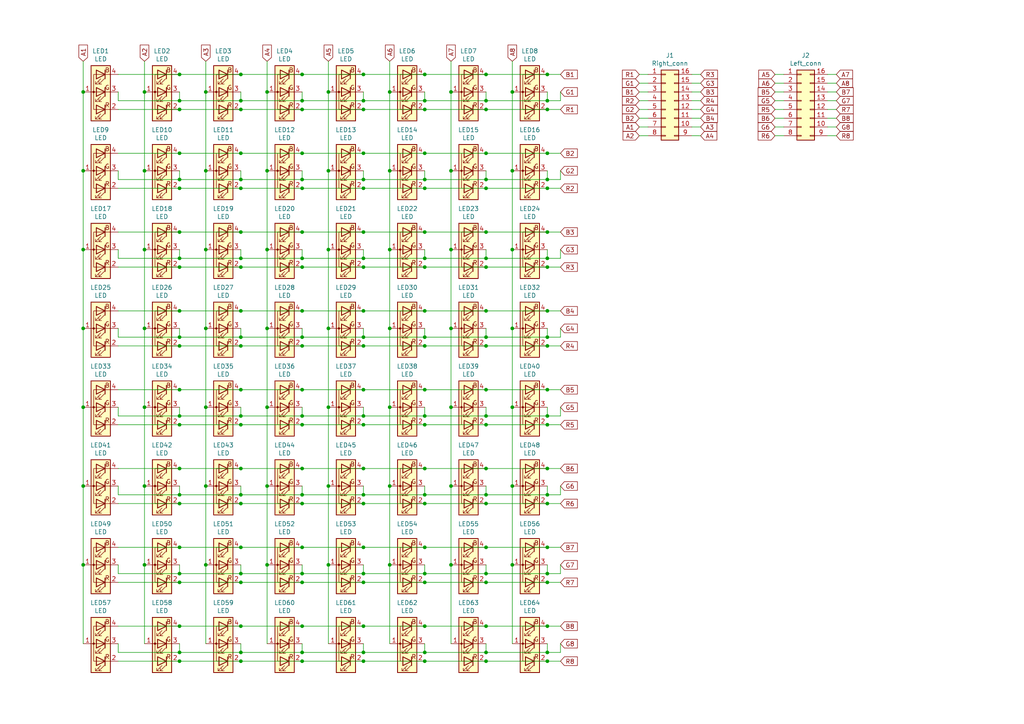
<source format=kicad_sch>
(kicad_sch (version 20211123) (generator eeschema)
  (paper "A4")
  (lib_symbols
    (symbol "Connector_Generic:Conn_02x08_Counter_Clockwise" (pin_names (offset 1.016) hide)
      (property "Reference" "J" (at 1.27 10.16 0))
      (property "Value" "Conn_02x08_Counter_Clockwise" (at 1.27 -12.7 0))
      (symbol "Conn_02x08_Counter_Clockwise_1_1"
        (pin passive line (at -5.08 7.62 0) (length 3.81) (name "Pin_1") (number "1"))
        (pin passive line (at 7.62 -7.62 180) (length 3.81) (name "Pin_10") (number "10"))
        (pin passive line (at 7.62 -5.08 180) (length 3.81) (name "Pin_11") (number "11"))
        (pin passive line (at 7.62 -2.54 180) (length 3.81) (name "Pin_12") (number "12"))
        (pin passive line (at 7.62 0 180) (length 3.81) (name "Pin_13") (number "13"))
        (pin passive line (at 7.62 2.54 180) (length 3.81) (name "Pin_14") (number "14"))
        (pin passive line (at 7.62 5.08 180) (length 3.81) (name "Pin_15") (number "15"))
        (pin passive line (at 7.62 7.62 180) (length 3.81) (name "Pin_16") (number "16"))
        (pin passive line (at -5.08 5.08 0) (length 3.81) (name "Pin_2") (number "2"))
        (pin passive line (at -5.08 2.54 0) (length 3.81) (name "Pin_3") (number "3"))
        (pin passive line (at -5.08 0 0) (length 3.81) (name "Pin_4") (number "4"))
        (pin passive line (at -5.08 -2.54 0) (length 3.81) (name "Pin_5") (number "5"))
        (pin passive line (at -5.08 -5.08 0) (length 3.81) (name "Pin_6") (number "6"))
        (pin passive line (at -5.08 -7.62 0) (length 3.81) (name "Pin_7") (number "7"))
        (pin passive line (at -5.08 -10.16 0) (length 3.81) (name "Pin_8") (number "8"))
        (pin passive line (at 7.62 -10.16 180) (length 3.81) (name "Pin_9") (number "9"))
      )
    )
    (symbol "Device:LED_ARGB" (pin_names (offset 0) hide)
      (property "Reference" "D" (at 0 9.398 0))
      (property "Value" "LED_ARGB" (at 0 -8.89 0))
      (symbol "LED_ARGB_0_0"
        (text "B" (at -1.905 -6.35 0) (effects (font (size 1.27 1.27))))
        (text "G" (at -1.905 -1.27 0) (effects (font (size 1.27 1.27))))
        (text "R" (at -1.905 3.81 0) (effects (font (size 1.27 1.27))))
      )
      (symbol "LED_ARGB_1_1"
        (pin passive line (at 5.08 0 180) (length 2.54) (name "A") (number "1"))
        (pin passive line (at -5.08 5.08 0) (length 2.54) (name "RK") (number "2"))
        (pin passive line (at -5.08 0 0) (length 2.54) (name "GK") (number "3"))
        (pin passive line (at -5.08 -5.08 0) (length 2.54) (name "BK") (number "4"))
      )
    )
  )
  (junction (at 140.97 90.17))
  (junction (at 140.97 181.61))
  (junction (at 113.03 140.97))
  (junction (at 95.25 26.67))
  (junction (at 87.63 120.65))
  (junction (at 113.03 118.11))
  (junction (at 52.07 31.75))
  (junction (at 59.69 49.53))
  (junction (at 87.63 21.59))
  (junction (at 123.19 113.03))
  (junction (at 123.19 166.37))
  (junction (at 52.07 97.79))
  (junction (at 69.85 168.91))
  (junction (at 105.41 77.47))
  (junction (at 123.19 191.77))
  (junction (at 52.07 168.91))
  (junction (at 87.63 29.21))
  (junction (at 59.69 95.25))
  (junction (at 158.75 54.61))
  (junction (at 24.13 26.67))
  (junction (at 130.81 49.53))
  (junction (at 140.97 31.75))
  (junction (at 140.97 52.07))
  (junction (at 140.97 100.33))
  (junction (at 123.19 168.91))
  (junction (at 148.59 118.11))
  (junction (at 52.07 44.45))
  (junction (at 24.13 95.25))
  (junction (at 130.81 140.97))
  (junction (at 105.41 90.17))
  (junction (at 148.59 72.39))
  (junction (at 123.19 158.75))
  (junction (at 158.75 143.51))
  (junction (at 158.75 146.05))
  (junction (at 105.41 29.21))
  (junction (at 52.07 67.31))
  (junction (at 95.25 95.25))
  (junction (at 69.85 146.05))
  (junction (at 87.63 90.17))
  (junction (at 113.03 72.39))
  (junction (at 123.19 100.33))
  (junction (at 140.97 67.31))
  (junction (at 105.41 143.51))
  (junction (at 87.63 74.93))
  (junction (at 158.75 31.75))
  (junction (at 69.85 158.75))
  (junction (at 158.75 168.91))
  (junction (at 158.75 77.47))
  (junction (at 69.85 90.17))
  (junction (at 77.47 140.97))
  (junction (at 77.47 26.67))
  (junction (at 69.85 29.21))
  (junction (at 87.63 77.47))
  (junction (at 69.85 120.65))
  (junction (at 105.41 181.61))
  (junction (at 69.85 52.07))
  (junction (at 113.03 95.25))
  (junction (at 123.19 44.45))
  (junction (at 140.97 44.45))
  (junction (at 148.59 26.67))
  (junction (at 123.19 146.05))
  (junction (at 87.63 146.05))
  (junction (at 69.85 44.45))
  (junction (at 140.97 54.61))
  (junction (at 87.63 100.33))
  (junction (at 158.75 52.07))
  (junction (at 140.97 97.79))
  (junction (at 113.03 163.83))
  (junction (at 158.75 135.89))
  (junction (at 123.19 143.51))
  (junction (at 148.59 95.25))
  (junction (at 52.07 100.33))
  (junction (at 148.59 163.83))
  (junction (at 105.41 191.77))
  (junction (at 123.19 123.19))
  (junction (at 52.07 74.93))
  (junction (at 140.97 74.93))
  (junction (at 77.47 163.83))
  (junction (at 105.41 67.31))
  (junction (at 130.81 95.25))
  (junction (at 123.19 189.23))
  (junction (at 158.75 191.77))
  (junction (at 158.75 181.61))
  (junction (at 69.85 113.03))
  (junction (at 130.81 163.83))
  (junction (at 105.41 123.19))
  (junction (at 140.97 29.21))
  (junction (at 148.59 49.53))
  (junction (at 87.63 31.75))
  (junction (at 158.75 21.59))
  (junction (at 123.19 74.93))
  (junction (at 130.81 26.67))
  (junction (at 158.75 189.23))
  (junction (at 140.97 166.37))
  (junction (at 158.75 158.75))
  (junction (at 24.13 72.39))
  (junction (at 140.97 146.05))
  (junction (at 87.63 191.77))
  (junction (at 69.85 97.79))
  (junction (at 113.03 49.53))
  (junction (at 52.07 166.37))
  (junction (at 140.97 113.03))
  (junction (at 77.47 72.39))
  (junction (at 41.91 95.25))
  (junction (at 41.91 118.11))
  (junction (at 130.81 118.11))
  (junction (at 123.19 181.61))
  (junction (at 158.75 67.31))
  (junction (at 158.75 120.65))
  (junction (at 87.63 189.23))
  (junction (at 69.85 21.59))
  (junction (at 158.75 74.93))
  (junction (at 69.85 191.77))
  (junction (at 140.97 123.19))
  (junction (at 77.47 118.11))
  (junction (at 123.19 31.75))
  (junction (at 87.63 54.61))
  (junction (at 105.41 44.45))
  (junction (at 77.47 95.25))
  (junction (at 123.19 67.31))
  (junction (at 158.75 97.79))
  (junction (at 158.75 123.19))
  (junction (at 69.85 143.51))
  (junction (at 105.41 97.79))
  (junction (at 87.63 143.51))
  (junction (at 69.85 67.31))
  (junction (at 41.91 72.39))
  (junction (at 158.75 44.45))
  (junction (at 69.85 31.75))
  (junction (at 59.69 72.39))
  (junction (at 87.63 67.31))
  (junction (at 69.85 54.61))
  (junction (at 148.59 140.97))
  (junction (at 105.41 100.33))
  (junction (at 52.07 135.89))
  (junction (at 59.69 163.83))
  (junction (at 24.13 163.83))
  (junction (at 69.85 189.23))
  (junction (at 105.41 135.89))
  (junction (at 140.97 135.89))
  (junction (at 140.97 21.59))
  (junction (at 158.75 100.33))
  (junction (at 87.63 97.79))
  (junction (at 123.19 29.21))
  (junction (at 87.63 52.07))
  (junction (at 95.25 72.39))
  (junction (at 52.07 143.51))
  (junction (at 69.85 77.47))
  (junction (at 24.13 49.53))
  (junction (at 87.63 123.19))
  (junction (at 52.07 191.77))
  (junction (at 95.25 49.53))
  (junction (at 105.41 113.03))
  (junction (at 77.47 49.53))
  (junction (at 105.41 189.23))
  (junction (at 52.07 21.59))
  (junction (at 87.63 168.91))
  (junction (at 52.07 29.21))
  (junction (at 140.97 158.75))
  (junction (at 69.85 100.33))
  (junction (at 69.85 74.93))
  (junction (at 140.97 189.23))
  (junction (at 95.25 163.83))
  (junction (at 130.81 72.39))
  (junction (at 52.07 52.07))
  (junction (at 123.19 120.65))
  (junction (at 123.19 21.59))
  (junction (at 41.91 163.83))
  (junction (at 113.03 26.67))
  (junction (at 52.07 158.75))
  (junction (at 41.91 140.97))
  (junction (at 158.75 113.03))
  (junction (at 52.07 54.61))
  (junction (at 95.25 140.97))
  (junction (at 69.85 123.19))
  (junction (at 105.41 166.37))
  (junction (at 52.07 113.03))
  (junction (at 95.25 118.11))
  (junction (at 140.97 120.65))
  (junction (at 69.85 166.37))
  (junction (at 87.63 135.89))
  (junction (at 24.13 118.11))
  (junction (at 41.91 26.67))
  (junction (at 140.97 77.47))
  (junction (at 140.97 143.51))
  (junction (at 105.41 52.07))
  (junction (at 52.07 120.65))
  (junction (at 105.41 31.75))
  (junction (at 123.19 97.79))
  (junction (at 52.07 146.05))
  (junction (at 105.41 21.59))
  (junction (at 52.07 123.19))
  (junction (at 158.75 166.37))
  (junction (at 52.07 189.23))
  (junction (at 52.07 77.47))
  (junction (at 59.69 26.67))
  (junction (at 59.69 140.97))
  (junction (at 105.41 146.05))
  (junction (at 24.13 140.97))
  (junction (at 87.63 166.37))
  (junction (at 105.41 120.65))
  (junction (at 123.19 52.07))
  (junction (at 52.07 181.61))
  (junction (at 59.69 118.11))
  (junction (at 87.63 44.45))
  (junction (at 41.91 49.53))
  (junction (at 87.63 158.75))
  (junction (at 123.19 77.47))
  (junction (at 105.41 74.93))
  (junction (at 69.85 135.89))
  (junction (at 123.19 90.17))
  (junction (at 158.75 90.17))
  (junction (at 87.63 181.61))
  (junction (at 123.19 135.89))
  (junction (at 69.85 181.61))
  (junction (at 87.63 113.03))
  (junction (at 140.97 168.91))
  (junction (at 105.41 168.91))
  (junction (at 52.07 90.17))
  (junction (at 140.97 191.77))
  (junction (at 158.75 29.21))
  (junction (at 123.19 54.61))
  (junction (at 105.41 158.75))
  (junction (at 105.41 54.61))
  (wire (pts (xy 87.63 97.79) (xy 105.41 97.79)))
  (wire (pts (xy 34.29 44.45) (xy 52.07 44.45)))
  (wire (pts (xy 34.29 26.67) (xy 34.29 29.21)))
  (wire (pts (xy 52.07 29.21) (xy 69.85 29.21)))
  (wire (pts (xy 123.19 163.83) (xy 123.19 166.37)))
  (wire (pts (xy 87.63 21.59) (xy 105.41 21.59)))
  (wire (pts (xy 105.41 97.79) (xy 123.19 97.79)))
  (wire (pts (xy 240.03 24.13) (xy 242.57 24.13)))
  (wire (pts (xy 69.85 29.21) (xy 87.63 29.21)))
  (wire (pts (xy 123.19 135.89) (xy 140.97 135.89)))
  (wire (pts (xy 87.63 52.07) (xy 105.41 52.07)))
  (wire (pts (xy 34.29 135.89) (xy 52.07 135.89)))
  (wire (pts (xy 224.79 31.75) (xy 227.33 31.75)))
  (wire (pts (xy 87.63 74.93) (xy 105.41 74.93)))
  (wire (pts (xy 187.96 29.21) (xy 185.42 29.21)))
  (wire (pts (xy 52.07 181.61) (xy 69.85 181.61)))
  (wire (pts (xy 95.25 72.39) (xy 95.25 95.25)))
  (wire (pts (xy 69.85 158.75) (xy 87.63 158.75)))
  (wire (pts (xy 95.25 49.53) (xy 95.25 72.39)))
  (wire (pts (xy 41.91 26.67) (xy 41.91 49.53)))
  (wire (pts (xy 77.47 26.67) (xy 77.47 49.53)))
  (wire (pts (xy 41.91 118.11) (xy 41.91 140.97)))
  (wire (pts (xy 200.66 31.75) (xy 203.2 31.75)))
  (wire (pts (xy 140.97 158.75) (xy 158.75 158.75)))
  (wire (pts (xy 105.41 49.53) (xy 105.41 52.07)))
  (wire (pts (xy 158.75 44.45) (xy 162.56 44.45)))
  (wire (pts (xy 224.79 24.13) (xy 227.33 24.13)))
  (wire (pts (xy 123.19 113.03) (xy 140.97 113.03)))
  (wire (pts (xy 69.85 113.03) (xy 87.63 113.03)))
  (wire (pts (xy 140.97 163.83) (xy 140.97 166.37)))
  (wire (pts (xy 87.63 191.77) (xy 69.85 191.77)))
  (wire (pts (xy 140.97 31.75) (xy 158.75 31.75)))
  (wire (pts (xy 52.07 168.91) (xy 34.29 168.91)))
  (wire (pts (xy 113.03 72.39) (xy 113.03 95.25)))
  (wire (pts (xy 158.75 52.07) (xy 162.56 52.07)))
  (wire (pts (xy 87.63 100.33) (xy 69.85 100.33)))
  (wire (pts (xy 105.41 120.65) (xy 123.19 120.65)))
  (wire (pts (xy 162.56 120.65) (xy 162.56 118.11)))
  (wire (pts (xy 87.63 49.53) (xy 87.63 52.07)))
  (wire (pts (xy 158.75 163.83) (xy 158.75 166.37)))
  (wire (pts (xy 87.63 95.25) (xy 87.63 97.79)))
  (wire (pts (xy 158.75 186.69) (xy 158.75 189.23)))
  (wire (pts (xy 123.19 143.51) (xy 140.97 143.51)))
  (wire (pts (xy 52.07 120.65) (xy 69.85 120.65)))
  (wire (pts (xy 140.97 72.39) (xy 140.97 74.93)))
  (wire (pts (xy 187.96 39.37) (xy 185.42 39.37)))
  (wire (pts (xy 77.47 49.53) (xy 77.47 72.39)))
  (wire (pts (xy 87.63 186.69) (xy 87.63 189.23)))
  (wire (pts (xy 158.75 189.23) (xy 162.56 189.23)))
  (wire (pts (xy 69.85 49.53) (xy 69.85 52.07)))
  (wire (pts (xy 69.85 120.65) (xy 87.63 120.65)))
  (wire (pts (xy 123.19 146.05) (xy 105.41 146.05)))
  (wire (pts (xy 130.81 49.53) (xy 130.81 72.39)))
  (wire (pts (xy 140.97 21.59) (xy 158.75 21.59)))
  (wire (pts (xy 52.07 95.25) (xy 52.07 97.79)))
  (wire (pts (xy 77.47 95.25) (xy 77.47 118.11)))
  (wire (pts (xy 105.41 95.25) (xy 105.41 97.79)))
  (wire (pts (xy 105.41 74.93) (xy 123.19 74.93)))
  (wire (pts (xy 77.47 140.97) (xy 77.47 163.83)))
  (wire (pts (xy 105.41 135.89) (xy 123.19 135.89)))
  (wire (pts (xy 158.75 113.03) (xy 162.56 113.03)))
  (wire (pts (xy 200.66 34.29) (xy 203.2 34.29)))
  (wire (pts (xy 187.96 34.29) (xy 185.42 34.29)))
  (wire (pts (xy 148.59 49.53) (xy 148.59 72.39)))
  (wire (pts (xy 69.85 186.69) (xy 69.85 189.23)))
  (wire (pts (xy 123.19 140.97) (xy 123.19 143.51)))
  (wire (pts (xy 123.19 168.91) (xy 105.41 168.91)))
  (wire (pts (xy 158.75 77.47) (xy 140.97 77.47)))
  (wire (pts (xy 113.03 17.78) (xy 113.03 26.67)))
  (wire (pts (xy 52.07 74.93) (xy 69.85 74.93)))
  (wire (pts (xy 158.75 168.91) (xy 140.97 168.91)))
  (wire (pts (xy 140.97 186.69) (xy 140.97 189.23)))
  (wire (pts (xy 52.07 189.23) (xy 69.85 189.23)))
  (wire (pts (xy 105.41 21.59) (xy 123.19 21.59)))
  (wire (pts (xy 34.29 21.59) (xy 52.07 21.59)))
  (wire (pts (xy 59.69 17.78) (xy 59.69 26.67)))
  (wire (pts (xy 240.03 21.59) (xy 242.57 21.59)))
  (wire (pts (xy 87.63 113.03) (xy 105.41 113.03)))
  (wire (pts (xy 52.07 21.59) (xy 69.85 21.59)))
  (wire (pts (xy 95.25 17.78) (xy 95.25 26.67)))
  (wire (pts (xy 162.56 29.21) (xy 162.56 26.67)))
  (wire (pts (xy 158.75 140.97) (xy 158.75 143.51)))
  (wire (pts (xy 158.75 95.25) (xy 158.75 97.79)))
  (wire (pts (xy 69.85 67.31) (xy 87.63 67.31)))
  (wire (pts (xy 162.56 168.91) (xy 158.75 168.91)))
  (wire (pts (xy 123.19 189.23) (xy 140.97 189.23)))
  (wire (pts (xy 69.85 168.91) (xy 52.07 168.91)))
  (wire (pts (xy 52.07 113.03) (xy 69.85 113.03)))
  (wire (pts (xy 224.79 26.67) (xy 227.33 26.67)))
  (wire (pts (xy 105.41 186.69) (xy 105.41 189.23)))
  (wire (pts (xy 69.85 54.61) (xy 52.07 54.61)))
  (wire (pts (xy 130.81 163.83) (xy 130.81 186.69)))
  (wire (pts (xy 52.07 90.17) (xy 69.85 90.17)))
  (wire (pts (xy 105.41 52.07) (xy 123.19 52.07)))
  (wire (pts (xy 123.19 97.79) (xy 140.97 97.79)))
  (wire (pts (xy 200.66 26.67) (xy 203.2 26.67)))
  (wire (pts (xy 158.75 146.05) (xy 140.97 146.05)))
  (wire (pts (xy 105.41 146.05) (xy 87.63 146.05)))
  (wire (pts (xy 240.03 39.37) (xy 242.57 39.37)))
  (wire (pts (xy 24.13 26.67) (xy 24.13 49.53)))
  (wire (pts (xy 123.19 74.93) (xy 140.97 74.93)))
  (wire (pts (xy 34.29 140.97) (xy 34.29 143.51)))
  (wire (pts (xy 140.97 67.31) (xy 158.75 67.31)))
  (wire (pts (xy 105.41 44.45) (xy 123.19 44.45)))
  (wire (pts (xy 123.19 67.31) (xy 140.97 67.31)))
  (wire (pts (xy 123.19 31.75) (xy 140.97 31.75)))
  (wire (pts (xy 34.29 120.65) (xy 52.07 120.65)))
  (wire (pts (xy 148.59 72.39) (xy 148.59 95.25)))
  (wire (pts (xy 105.41 118.11) (xy 105.41 120.65)))
  (wire (pts (xy 87.63 166.37) (xy 105.41 166.37)))
  (wire (pts (xy 140.97 123.19) (xy 123.19 123.19)))
  (wire (pts (xy 148.59 118.11) (xy 148.59 140.97)))
  (wire (pts (xy 69.85 74.93) (xy 87.63 74.93)))
  (wire (pts (xy 162.56 143.51) (xy 162.56 140.97)))
  (wire (pts (xy 105.41 191.77) (xy 87.63 191.77)))
  (wire (pts (xy 87.63 143.51) (xy 105.41 143.51)))
  (wire (pts (xy 41.91 163.83) (xy 41.91 186.69)))
  (wire (pts (xy 52.07 143.51) (xy 69.85 143.51)))
  (wire (pts (xy 69.85 95.25) (xy 69.85 97.79)))
  (wire (pts (xy 123.19 186.69) (xy 123.19 189.23)))
  (wire (pts (xy 200.66 39.37) (xy 203.2 39.37)))
  (wire (pts (xy 52.07 100.33) (xy 34.29 100.33)))
  (wire (pts (xy 69.85 44.45) (xy 87.63 44.45)))
  (wire (pts (xy 34.29 186.69) (xy 34.29 189.23)))
  (wire (pts (xy 158.75 29.21) (xy 162.56 29.21)))
  (wire (pts (xy 140.97 113.03) (xy 158.75 113.03)))
  (wire (pts (xy 69.85 123.19) (xy 52.07 123.19)))
  (wire (pts (xy 140.97 168.91) (xy 123.19 168.91)))
  (wire (pts (xy 105.41 158.75) (xy 123.19 158.75)))
  (wire (pts (xy 34.29 118.11) (xy 34.29 120.65)))
  (wire (pts (xy 123.19 166.37) (xy 140.97 166.37)))
  (wire (pts (xy 140.97 191.77) (xy 123.19 191.77)))
  (wire (pts (xy 140.97 97.79) (xy 158.75 97.79)))
  (wire (pts (xy 41.91 72.39) (xy 41.91 95.25)))
  (wire (pts (xy 52.07 97.79) (xy 69.85 97.79)))
  (wire (pts (xy 158.75 97.79) (xy 162.56 97.79)))
  (wire (pts (xy 41.91 140.97) (xy 41.91 163.83)))
  (wire (pts (xy 87.63 135.89) (xy 105.41 135.89)))
  (wire (pts (xy 158.75 120.65) (xy 162.56 120.65)))
  (wire (pts (xy 123.19 158.75) (xy 140.97 158.75)))
  (wire (pts (xy 34.29 49.53) (xy 34.29 52.07)))
  (wire (pts (xy 52.07 186.69) (xy 52.07 189.23)))
  (wire (pts (xy 52.07 166.37) (xy 69.85 166.37)))
  (wire (pts (xy 130.81 140.97) (xy 130.81 163.83)))
  (wire (pts (xy 52.07 140.97) (xy 52.07 143.51)))
  (wire (pts (xy 87.63 31.75) (xy 105.41 31.75)))
  (wire (pts (xy 77.47 118.11) (xy 77.47 140.97)))
  (wire (pts (xy 34.29 29.21) (xy 52.07 29.21)))
  (wire (pts (xy 140.97 135.89) (xy 158.75 135.89)))
  (wire (pts (xy 52.07 31.75) (xy 69.85 31.75)))
  (wire (pts (xy 52.07 77.47) (xy 34.29 77.47)))
  (wire (pts (xy 87.63 26.67) (xy 87.63 29.21)))
  (wire (pts (xy 130.81 72.39) (xy 130.81 95.25)))
  (wire (pts (xy 123.19 90.17) (xy 140.97 90.17)))
  (wire (pts (xy 224.79 29.21) (xy 227.33 29.21)))
  (wire (pts (xy 105.41 72.39) (xy 105.41 74.93)))
  (wire (pts (xy 105.41 168.91) (xy 87.63 168.91)))
  (wire (pts (xy 105.41 189.23) (xy 123.19 189.23)))
  (wire (pts (xy 187.96 24.13) (xy 185.42 24.13)))
  (wire (pts (xy 140.97 181.61) (xy 158.75 181.61)))
  (wire (pts (xy 224.79 39.37) (xy 227.33 39.37)))
  (wire (pts (xy 87.63 29.21) (xy 105.41 29.21)))
  (wire (pts (xy 123.19 52.07) (xy 140.97 52.07)))
  (wire (pts (xy 140.97 100.33) (xy 123.19 100.33)))
  (wire (pts (xy 77.47 17.78) (xy 77.47 26.67)))
  (wire (pts (xy 158.75 90.17) (xy 162.56 90.17)))
  (wire (pts (xy 123.19 120.65) (xy 140.97 120.65)))
  (wire (pts (xy 224.79 34.29) (xy 227.33 34.29)))
  (wire (pts (xy 113.03 140.97) (xy 113.03 163.83)))
  (wire (pts (xy 200.66 21.59) (xy 203.2 21.59)))
  (wire (pts (xy 140.97 52.07) (xy 158.75 52.07)))
  (wire (pts (xy 140.97 166.37) (xy 158.75 166.37)))
  (wire (pts (xy 69.85 166.37) (xy 87.63 166.37)))
  (wire (pts (xy 105.41 123.19) (xy 87.63 123.19)))
  (wire (pts (xy 140.97 90.17) (xy 158.75 90.17)))
  (wire (pts (xy 105.41 166.37) (xy 123.19 166.37)))
  (wire (pts (xy 105.41 100.33) (xy 87.63 100.33)))
  (wire (pts (xy 69.85 189.23) (xy 87.63 189.23)))
  (wire (pts (xy 105.41 90.17) (xy 123.19 90.17)))
  (wire (pts (xy 41.91 49.53) (xy 41.91 72.39)))
  (wire (pts (xy 69.85 181.61) (xy 87.63 181.61)))
  (wire (pts (xy 59.69 95.25) (xy 59.69 118.11)))
  (wire (pts (xy 59.69 26.67) (xy 59.69 49.53)))
  (wire (pts (xy 59.69 118.11) (xy 59.69 140.97)))
  (wire (pts (xy 52.07 135.89) (xy 69.85 135.89)))
  (wire (pts (xy 187.96 31.75) (xy 185.42 31.75)))
  (wire (pts (xy 87.63 146.05) (xy 69.85 146.05)))
  (wire (pts (xy 123.19 123.19) (xy 105.41 123.19)))
  (wire (pts (xy 52.07 67.31) (xy 69.85 67.31)))
  (wire (pts (xy 240.03 36.83) (xy 242.57 36.83)))
  (wire (pts (xy 24.13 140.97) (xy 24.13 163.83)))
  (wire (pts (xy 69.85 140.97) (xy 69.85 143.51)))
  (wire (pts (xy 24.13 118.11) (xy 24.13 140.97)))
  (wire (pts (xy 113.03 163.83) (xy 113.03 186.69)))
  (wire (pts (xy 69.85 97.79) (xy 87.63 97.79)))
  (wire (pts (xy 69.85 191.77) (xy 52.07 191.77)))
  (wire (pts (xy 162.56 189.23) (xy 162.56 186.69)))
  (wire (pts (xy 113.03 49.53) (xy 113.03 72.39)))
  (wire (pts (xy 69.85 100.33) (xy 52.07 100.33)))
  (wire (pts (xy 158.75 67.31) (xy 162.56 67.31)))
  (wire (pts (xy 224.79 36.83) (xy 227.33 36.83)))
  (wire (pts (xy 87.63 163.83) (xy 87.63 166.37)))
  (wire (pts (xy 69.85 26.67) (xy 69.85 29.21)))
  (wire (pts (xy 52.07 146.05) (xy 34.29 146.05)))
  (wire (pts (xy 105.41 54.61) (xy 87.63 54.61)))
  (wire (pts (xy 69.85 118.11) (xy 69.85 120.65)))
  (wire (pts (xy 105.41 31.75) (xy 123.19 31.75)))
  (wire (pts (xy 123.19 118.11) (xy 123.19 120.65)))
  (wire (pts (xy 148.59 163.83) (xy 148.59 186.69)))
  (wire (pts (xy 162.56 77.47) (xy 158.75 77.47)))
  (wire (pts (xy 113.03 118.11) (xy 113.03 140.97)))
  (wire (pts (xy 158.75 100.33) (xy 140.97 100.33)))
  (wire (pts (xy 69.85 90.17) (xy 87.63 90.17)))
  (wire (pts (xy 240.03 26.67) (xy 242.57 26.67)))
  (wire (pts (xy 158.75 166.37) (xy 162.56 166.37)))
  (wire (pts (xy 34.29 52.07) (xy 52.07 52.07)))
  (wire (pts (xy 140.97 189.23) (xy 158.75 189.23)))
  (wire (pts (xy 52.07 54.61) (xy 34.29 54.61)))
  (wire (pts (xy 87.63 158.75) (xy 105.41 158.75)))
  (wire (pts (xy 200.66 36.83) (xy 203.2 36.83)))
  (wire (pts (xy 140.97 49.53) (xy 140.97 52.07)))
  (wire (pts (xy 158.75 49.53) (xy 158.75 52.07)))
  (wire (pts (xy 140.97 74.93) (xy 158.75 74.93)))
  (wire (pts (xy 140.97 143.51) (xy 158.75 143.51)))
  (wire (pts (xy 123.19 54.61) (xy 105.41 54.61)))
  (wire (pts (xy 140.97 95.25) (xy 140.97 97.79)))
  (wire (pts (xy 105.41 26.67) (xy 105.41 29.21)))
  (wire (pts (xy 34.29 181.61) (xy 52.07 181.61)))
  (wire (pts (xy 158.75 123.19) (xy 140.97 123.19)))
  (wire (pts (xy 52.07 123.19) (xy 34.29 123.19)))
  (wire (pts (xy 24.13 72.39) (xy 24.13 95.25)))
  (wire (pts (xy 69.85 135.89) (xy 87.63 135.89)))
  (wire (pts (xy 162.56 146.05) (xy 158.75 146.05)))
  (wire (pts (xy 123.19 181.61) (xy 140.97 181.61)))
  (wire (pts (xy 130.81 118.11) (xy 130.81 140.97)))
  (wire (pts (xy 34.29 189.23) (xy 52.07 189.23)))
  (wire (pts (xy 34.29 166.37) (xy 52.07 166.37)))
  (wire (pts (xy 130.81 17.78) (xy 130.81 26.67)))
  (wire (pts (xy 52.07 118.11) (xy 52.07 120.65)))
  (wire (pts (xy 187.96 26.67) (xy 185.42 26.67)))
  (wire (pts (xy 105.41 113.03) (xy 123.19 113.03)))
  (wire (pts (xy 41.91 95.25) (xy 41.91 118.11)))
  (wire (pts (xy 87.63 77.47) (xy 69.85 77.47)))
  (wire (pts (xy 158.75 118.11) (xy 158.75 120.65)))
  (wire (pts (xy 240.03 34.29) (xy 242.57 34.29)))
  (wire (pts (xy 59.69 163.83) (xy 59.69 186.69)))
  (wire (pts (xy 87.63 44.45) (xy 105.41 44.45)))
  (wire (pts (xy 240.03 31.75) (xy 242.57 31.75)))
  (wire (pts (xy 52.07 52.07) (xy 69.85 52.07)))
  (wire (pts (xy 187.96 36.83) (xy 185.42 36.83)))
  (wire (pts (xy 162.56 54.61) (xy 158.75 54.61)))
  (wire (pts (xy 123.19 44.45) (xy 140.97 44.45)))
  (wire (pts (xy 34.29 95.25) (xy 34.29 97.79)))
  (wire (pts (xy 130.81 26.67) (xy 130.81 49.53)))
  (wire (pts (xy 52.07 44.45) (xy 69.85 44.45)))
  (wire (pts (xy 87.63 123.19) (xy 69.85 123.19)))
  (wire (pts (xy 24.13 17.78) (xy 24.13 26.67)))
  (wire (pts (xy 123.19 26.67) (xy 123.19 29.21)))
  (wire (pts (xy 87.63 120.65) (xy 105.41 120.65)))
  (wire (pts (xy 123.19 100.33) (xy 105.41 100.33)))
  (wire (pts (xy 95.25 163.83) (xy 95.25 186.69)))
  (wire (pts (xy 34.29 143.51) (xy 52.07 143.51)))
  (wire (pts (xy 95.25 26.67) (xy 95.25 49.53)))
  (wire (pts (xy 105.41 77.47) (xy 87.63 77.47)))
  (wire (pts (xy 59.69 49.53) (xy 59.69 72.39)))
  (wire (pts (xy 148.59 17.78) (xy 148.59 26.67)))
  (wire (pts (xy 158.75 26.67) (xy 158.75 29.21)))
  (wire (pts (xy 140.97 146.05) (xy 123.19 146.05)))
  (wire (pts (xy 123.19 95.25) (xy 123.19 97.79)))
  (wire (pts (xy 34.29 90.17) (xy 52.07 90.17)))
  (wire (pts (xy 123.19 72.39) (xy 123.19 74.93)))
  (wire (pts (xy 69.85 52.07) (xy 87.63 52.07)))
  (wire (pts (xy 162.56 166.37) (xy 162.56 163.83)))
  (wire (pts (xy 123.19 21.59) (xy 140.97 21.59)))
  (wire (pts (xy 140.97 120.65) (xy 158.75 120.65)))
  (wire (pts (xy 105.41 67.31) (xy 123.19 67.31)))
  (wire (pts (xy 52.07 26.67) (xy 52.07 29.21)))
  (wire (pts (xy 69.85 72.39) (xy 69.85 74.93)))
  (wire (pts (xy 24.13 49.53) (xy 24.13 72.39)))
  (wire (pts (xy 113.03 95.25) (xy 113.03 118.11)))
  (wire (pts (xy 87.63 72.39) (xy 87.63 74.93)))
  (wire (pts (xy 148.59 95.25) (xy 148.59 118.11)))
  (wire (pts (xy 34.29 74.93) (xy 52.07 74.93)))
  (wire (pts (xy 123.19 191.77) (xy 105.41 191.77)))
  (wire (pts (xy 140.97 44.45) (xy 158.75 44.45)))
  (wire (pts (xy 69.85 77.47) (xy 52.07 77.47)))
  (wire (pts (xy 105.41 181.61) (xy 123.19 181.61)))
  (wire (pts (xy 162.56 52.07) (xy 162.56 49.53)))
  (wire (pts (xy 162.56 97.79) (xy 162.56 95.25)))
  (wire (pts (xy 158.75 54.61) (xy 140.97 54.61)))
  (wire (pts (xy 162.56 191.77) (xy 158.75 191.77)))
  (wire (pts (xy 95.25 95.25) (xy 95.25 118.11)))
  (wire (pts (xy 34.29 97.79) (xy 52.07 97.79)))
  (wire (pts (xy 52.07 158.75) (xy 69.85 158.75)))
  (wire (pts (xy 162.56 74.93) (xy 162.56 72.39)))
  (wire (pts (xy 95.25 118.11) (xy 95.25 140.97)))
  (wire (pts (xy 69.85 146.05) (xy 52.07 146.05)))
  (wire (pts (xy 69.85 143.51) (xy 87.63 143.51)))
  (wire (pts (xy 77.47 72.39) (xy 77.47 95.25)))
  (wire (pts (xy 140.97 29.21) (xy 158.75 29.21)))
  (wire (pts (xy 59.69 140.97) (xy 59.69 163.83)))
  (wire (pts (xy 158.75 143.51) (xy 162.56 143.51)))
  (wire (pts (xy 87.63 67.31) (xy 105.41 67.31)))
  (wire (pts (xy 34.29 113.03) (xy 52.07 113.03)))
  (wire (pts (xy 158.75 181.61) (xy 162.56 181.61)))
  (wire (pts (xy 34.29 158.75) (xy 52.07 158.75)))
  (wire (pts (xy 200.66 24.13) (xy 203.2 24.13)))
  (wire (pts (xy 105.41 140.97) (xy 105.41 143.51)))
  (wire (pts (xy 123.19 49.53) (xy 123.19 52.07)))
  (wire (pts (xy 187.96 21.59) (xy 185.42 21.59)))
  (wire (pts (xy 69.85 21.59) (xy 87.63 21.59)))
  (wire (pts (xy 69.85 163.83) (xy 69.85 166.37)))
  (wire (pts (xy 148.59 140.97) (xy 148.59 163.83)))
  (wire (pts (xy 59.69 72.39) (xy 59.69 95.25)))
  (wire (pts (xy 148.59 26.67) (xy 148.59 49.53)))
  (wire (pts (xy 52.07 72.39) (xy 52.07 74.93)))
  (wire (pts (xy 140.97 26.67) (xy 140.97 29.21)))
  (wire (pts (xy 158.75 74.93) (xy 162.56 74.93)))
  (wire (pts (xy 105.41 163.83) (xy 105.41 166.37)))
  (wire (pts (xy 158.75 158.75) (xy 162.56 158.75)))
  (wire (pts (xy 123.19 29.21) (xy 140.97 29.21)))
  (wire (pts (xy 87.63 189.23) (xy 105.41 189.23)))
  (wire (pts (xy 140.97 54.61) (xy 123.19 54.61)))
  (wire (pts (xy 140.97 77.47) (xy 123.19 77.47)))
  (wire (pts (xy 87.63 181.61) (xy 105.41 181.61)))
  (wire (pts (xy 69.85 31.75) (xy 87.63 31.75)))
  (wire (pts (xy 95.25 140.97) (xy 95.25 163.83)))
  (wire (pts (xy 130.81 95.25) (xy 130.81 118.11)))
  (wire (pts (xy 162.56 100.33) (xy 158.75 100.33)))
  (wire (pts (xy 224.79 21.59) (xy 227.33 21.59)))
  (wire (pts (xy 87.63 140.97) (xy 87.63 143.51)))
  (wire (pts (xy 162.56 123.19) (xy 158.75 123.19)))
  (wire (pts (xy 158.75 135.89) (xy 162.56 135.89)))
  (wire (pts (xy 87.63 54.61) (xy 69.85 54.61)))
  (wire (pts (xy 240.03 29.21) (xy 242.57 29.21)))
  (wire (pts (xy 52.07 163.83) (xy 52.07 166.37)))
  (wire (pts (xy 41.91 17.78) (xy 41.91 26.67)))
  (wire (pts (xy 52.07 191.77) (xy 34.29 191.77)))
  (wire (pts (xy 34.29 31.75) (xy 52.07 31.75)))
  (wire (pts (xy 87.63 168.91) (xy 69.85 168.91)))
  (wire (pts (xy 123.19 77.47) (xy 105.41 77.47)))
  (wire (pts (xy 113.03 26.67) (xy 113.03 49.53)))
  (wire (pts (xy 158.75 21.59) (xy 162.56 21.59)))
  (wire (pts (xy 87.63 90.17) (xy 105.41 90.17)))
  (wire (pts (xy 34.29 67.31) (xy 52.07 67.31)))
  (wire (pts (xy 24.13 163.83) (xy 24.13 186.69)))
  (wire (pts (xy 34.29 72.39) (xy 34.29 74.93)))
  (wire (pts (xy 140.97 140.97) (xy 140.97 143.51)))
  (wire (pts (xy 87.63 118.11) (xy 87.63 120.65)))
  (wire (pts (xy 158.75 191.77) (xy 140.97 191.77)))
  (wire (pts (xy 158.75 72.39) (xy 158.75 74.93)))
  (wire (pts (xy 52.07 49.53) (xy 52.07 52.07)))
  (wire (pts (xy 158.75 31.75) (xy 162.56 31.75)))
  (wire (pts (xy 34.29 163.83) (xy 34.29 166.37)))
  (wire (pts (xy 200.66 29.21) (xy 203.2 29.21)))
  (wire (pts (xy 105.41 29.21) (xy 123.19 29.21)))
  (wire (pts (xy 105.41 143.51) (xy 123.19 143.51)))
  (wire (pts (xy 140.97 118.11) (xy 140.97 120.65)))
  (wire (pts (xy 77.47 163.83) (xy 77.47 186.69)))
  (wire (pts (xy 24.13 95.25) (xy 24.13 118.11)))
  (global_label "G7" (shape input) (at 242.57 29.21 0) (property "Intersheet References" "${INTERSHEET_REFS}" (effects hide)))
  (global_label "R4" (shape input) (at 162.56 100.33 0) (property "Intersheet References" "${INTERSHEET_REFS}" (effects hide)))
  (global_label "B3" (shape input) (at 162.56 67.31 0) (property "Intersheet References" "${INTERSHEET_REFS}" (effects hide)))
  (global_label "B8" (shape input) (at 242.57 34.29 0) (property "Intersheet References" "${INTERSHEET_REFS}" (effects hide)))
  (global_label "G7" (shape input) (at 162.56 163.83 0) (property "Intersheet References" "${INTERSHEET_REFS}" (effects hide)))
  (global_label "A7" (shape input) (at 242.57 21.59 0) (property "Intersheet References" "${INTERSHEET_REFS}" (effects hide)))
  (global_label "R5" (shape input) (at 224.79 31.75 180) (property "Intersheet References" "${INTERSHEET_REFS}" (effects hide)))
  (global_label "R8" (shape input) (at 162.56 191.77 0) (property "Intersheet References" "${INTERSHEET_REFS}" (effects hide)))
  (global_label "A7" (shape input) (at 130.81 17.78 90) (property "Intersheet References" "${INTERSHEET_REFS}" (effects hide)))
  (global_label "G8" (shape input) (at 242.57 36.83 0) (property "Intersheet References" "${INTERSHEET_REFS}" (effects hide)))
  (global_label "G3" (shape input) (at 203.2 24.13 0) (property "Intersheet References" "${INTERSHEET_REFS}" (effects hide)))
  (global_label "A8" (shape input) (at 148.59 17.78 90) (property "Intersheet References" "${INTERSHEET_REFS}" (effects hide)))
  (global_label "G2" (shape input) (at 185.42 31.75 180) (property "Intersheet References" "${INTERSHEET_REFS}" (effects hide)))
  (global_label "A5" (shape input) (at 224.79 21.59 180) (property "Intersheet References" "${INTERSHEET_REFS}" (effects hide)))
  (global_label "G1" (shape input) (at 185.42 24.13 180) (property "Intersheet References" "${INTERSHEET_REFS}" (effects hide)))
  (global_label "B4" (shape input) (at 162.56 90.17 0) (property "Intersheet References" "${INTERSHEET_REFS}" (effects hide)))
  (global_label "A1" (shape input) (at 24.13 17.78 90) (property "Intersheet References" "${INTERSHEET_REFS}" (effects hide)))
  (global_label "B1" (shape input) (at 162.56 21.59 0) (property "Intersheet References" "${INTERSHEET_REFS}" (effects hide)))
  (global_label "R8" (shape input) (at 242.57 39.37 0) (property "Intersheet References" "${INTERSHEET_REFS}" (effects hide)))
  (global_label "G5" (shape input) (at 224.79 29.21 180) (property "Intersheet References" "${INTERSHEET_REFS}" (effects hide)))
  (global_label "R6" (shape input) (at 162.56 146.05 0) (property "Intersheet References" "${INTERSHEET_REFS}" (effects hide)))
  (global_label "A3" (shape input) (at 59.69 17.78 90) (property "Intersheet References" "${INTERSHEET_REFS}" (effects hide)))
  (global_label "B2" (shape input) (at 162.56 44.45 0) (property "Intersheet References" "${INTERSHEET_REFS}" (effects hide)))
  (global_label "R3" (shape input) (at 162.56 77.47 0) (property "Intersheet References" "${INTERSHEET_REFS}" (effects hide)))
  (global_label "A2" (shape input) (at 185.42 39.37 180) (property "Intersheet References" "${INTERSHEET_REFS}" (effects hide)))
  (global_label "R5" (shape input) (at 162.56 123.19 0) (property "Intersheet References" "${INTERSHEET_REFS}" (effects hide)))
  (global_label "R3" (shape input) (at 203.2 21.59 0) (property "Intersheet References" "${INTERSHEET_REFS}" (effects hide)))
  (global_label "R4" (shape input) (at 203.2 29.21 0) (property "Intersheet References" "${INTERSHEET_REFS}" (effects hide)))
  (global_label "R2" (shape input) (at 185.42 29.21 180) (property "Intersheet References" "${INTERSHEET_REFS}" (effects hide)))
  (global_label "R2" (shape input) (at 162.56 54.61 0) (property "Intersheet References" "${INTERSHEET_REFS}" (effects hide)))
  (global_label "G8" (shape input) (at 162.56 186.69 0) (property "Intersheet References" "${INTERSHEET_REFS}" (effects hide)))
  (global_label "A3" (shape input) (at 203.2 36.83 0) (property "Intersheet References" "${INTERSHEET_REFS}" (effects hide)))
  (global_label "G6" (shape input) (at 224.79 36.83 180) (property "Intersheet References" "${INTERSHEET_REFS}" (effects hide)))
  (global_label "A5" (shape input) (at 95.25 17.78 90) (property "Intersheet References" "${INTERSHEET_REFS}" (effects hide)))
  (global_label "B8" (shape input) (at 162.56 181.61 0) (property "Intersheet References" "${INTERSHEET_REFS}" (effects hide)))
  (global_label "B5" (shape input) (at 162.56 113.03 0) (property "Intersheet References" "${INTERSHEET_REFS}" (effects hide)))
  (global_label "A6" (shape input) (at 224.79 24.13 180) (property "Intersheet References" "${INTERSHEET_REFS}" (effects hide)))
  (global_label "G4" (shape input) (at 203.2 31.75 0) (property "Intersheet References" "${INTERSHEET_REFS}" (effects hide)))
  (global_label "G1" (shape input) (at 162.56 26.67 0) (property "Intersheet References" "${INTERSHEET_REFS}" (effects hide)))
  (global_label "G5" (shape input) (at 162.56 118.11 0) (property "Intersheet References" "${INTERSHEET_REFS}" (effects hide)))
  (global_label "A4" (shape input) (at 203.2 39.37 0) (property "Intersheet References" "${INTERSHEET_REFS}" (effects hide)))
  (global_label "A2" (shape input) (at 41.91 17.78 90) (property "Intersheet References" "${INTERSHEET_REFS}" (effects hide)))
  (global_label "A4" (shape input) (at 77.47 17.78 90) (property "Intersheet References" "${INTERSHEET_REFS}" (effects hide)))
  (global_label "G4" (shape input) (at 162.56 95.25 0) (property "Intersheet References" "${INTERSHEET_REFS}" (effects hide)))
  (global_label "B4" (shape input) (at 203.2 34.29 0) (property "Intersheet References" "${INTERSHEET_REFS}" (effects hide)))
  (global_label "A8" (shape input) (at 242.57 24.13 0) (property "Intersheet References" "${INTERSHEET_REFS}" (effects hide)))
  (global_label "R1" (shape input) (at 185.42 21.59 180) (property "Intersheet References" "${INTERSHEET_REFS}" (effects hide)))
  (global_label "B7" (shape input) (at 242.57 26.67 0) (property "Intersheet References" "${INTERSHEET_REFS}" (effects hide)))
  (global_label "B7" (shape input) (at 162.56 158.75 0) (property "Intersheet References" "${INTERSHEET_REFS}" (effects hide)))
  (global_label "B5" (shape input) (at 224.79 26.67 180) (property "Intersheet References" "${INTERSHEET_REFS}" (effects hide)))
  (global_label "B1" (shape input) (at 185.42 26.67 180) (property "Intersheet References" "${INTERSHEET_REFS}" (effects hide)))
  (global_label "B3" (shape input) (at 203.2 26.67 0) (property "Intersheet References" "${INTERSHEET_REFS}" (effects hide)))
  (global_label "B2" (shape input) (at 185.42 34.29 180) (property "Intersheet References" "${INTERSHEET_REFS}" (effects hide)))
  (global_label "R1" (shape input) (at 162.56 31.75 0) (property "Intersheet References" "${INTERSHEET_REFS}" (effects hide)))
  (global_label "A6" (shape input) (at 113.03 17.78 90) (property "Intersheet References" "${INTERSHEET_REFS}" (effects hide)))
  (global_label "B6" (shape input) (at 224.79 34.29 180) (property "Intersheet References" "${INTERSHEET_REFS}" (effects hide)))
  (global_label "R7" (shape input) (at 162.56 168.91 0) (property "Intersheet References" "${INTERSHEET_REFS}" (effects hide)))
  (global_label "G3" (shape input) (at 162.56 72.39 0) (property "Intersheet References" "${INTERSHEET_REFS}" (effects hide)))
  (global_label "R7" (shape input) (at 242.57 31.75 0) (property "Intersheet References" "${INTERSHEET_REFS}" (effects hide)))
  (global_label "G2" (shape input) (at 162.56 49.53 0) (property "Intersheet References" "${INTERSHEET_REFS}" (effects hide)))
  (global_label "B6" (shape input) (at 162.56 135.89 0) (property "Intersheet References" "${INTERSHEET_REFS}" (effects hide)))
  (global_label "R6" (shape input) (at 224.79 39.37 180) (property "Intersheet References" "${INTERSHEET_REFS}" (effects hide)))
  (global_label "G6" (shape input) (at 162.56 140.97 0) (property "Intersheet References" "${INTERSHEET_REFS}" (effects hide)))
  (global_label "A1" (shape input) (at 185.42 36.83 180) (property "Intersheet References" "${INTERSHEET_REFS}" (effects hide)))
  (symbol (lib_id "Device:LED_ARGB") (at 29.21 26.67 180) (unit 1)
    (property "Reference" "LED1" (at 29.21 14.8082 0))
    (property "Value" "LED" (at 29.21 17.1196 0))
    (property "Footprint" "_mylib:LED_RGB_FC-B1010RGBT-HG" (effects hide))
  )
  (symbol (lib_id "Device:LED_ARGB") (at 29.21 49.53 180) (unit 1)
    (property "Reference" "LED9" (at 29.21 37.6682 0))
    (property "Value" "LED" (at 29.21 39.9796 0))
    (property "Footprint" "_mylib:LED_RGB_FC-B1010RGBT-HG" (effects hide))
  )
  (symbol (lib_id "Device:LED_ARGB") (at 29.21 72.39 180) (unit 1)
    (property "Reference" "LED17" (at 29.21 60.5282 0))
    (property "Value" "LED" (at 29.21 62.8396 0))
    (property "Footprint" "_mylib:LED_RGB_FC-B1010RGBT-HG" (effects hide))
  )
  (symbol (lib_id "Device:LED_ARGB") (at 29.21 95.25 180) (unit 1)
    (property "Reference" "LED25" (at 29.21 83.3882 0))
    (property "Value" "LED" (at 29.21 85.6996 0))
    (property "Footprint" "_mylib:LED_RGB_FC-B1010RGBT-HG" (effects hide))
  )
  (symbol (lib_id "Device:LED_ARGB") (at 29.21 118.11 180) (unit 1)
    (property "Reference" "LED33" (at 29.21 106.2482 0))
    (property "Value" "LED" (at 29.21 108.5596 0))
    (property "Footprint" "_mylib:LED_RGB_FC-B1010RGBT-HG" (effects hide))
  )
  (symbol (lib_id "Device:LED_ARGB") (at 29.21 140.97 180) (unit 1)
    (property "Reference" "LED41" (at 29.21 129.1082 0))
    (property "Value" "LED" (at 29.21 131.4196 0))
    (property "Footprint" "_mylib:LED_RGB_FC-B1010RGBT-HG" (effects hide))
  )
  (symbol (lib_id "Device:LED_ARGB") (at 29.21 163.83 180) (unit 1)
    (property "Reference" "LED49" (at 29.21 151.9682 0))
    (property "Value" "LED" (at 29.21 154.2796 0))
    (property "Footprint" "_mylib:LED_RGB_FC-B1010RGBT-HG" (effects hide))
  )
  (symbol (lib_id "Device:LED_ARGB") (at 29.21 186.69 180) (unit 1)
    (property "Reference" "LED57" (at 29.21 174.8282 0))
    (property "Value" "LED" (at 29.21 177.1396 0))
    (property "Footprint" "_mylib:LED_RGB_FC-B1010RGBT-HG" (effects hide))
  )
  (symbol (lib_id "Device:LED_ARGB") (at 46.99 26.67 180) (unit 1)
    (property "Reference" "LED2" (at 46.99 14.8082 0))
    (property "Value" "LED" (at 46.99 17.1196 0))
    (property "Footprint" "_mylib:LED_RGB_FC-B1010RGBT-HG" (effects hide))
  )
  (symbol (lib_id "Device:LED_ARGB") (at 46.99 49.53 180) (unit 1)
    (property "Reference" "LED10" (at 46.99 37.6682 0))
    (property "Value" "LED" (at 46.99 39.9796 0))
    (property "Footprint" "_mylib:LED_RGB_FC-B1010RGBT-HG" (effects hide))
  )
  (symbol (lib_id "Device:LED_ARGB") (at 46.99 72.39 180) (unit 1)
    (property "Reference" "LED18" (at 46.99 60.5282 0))
    (property "Value" "LED" (at 46.99 62.8396 0))
    (property "Footprint" "_mylib:LED_RGB_FC-B1010RGBT-HG" (effects hide))
  )
  (symbol (lib_id "Device:LED_ARGB") (at 46.99 95.25 180) (unit 1)
    (property "Reference" "LED26" (at 46.99 83.3882 0))
    (property "Value" "LED" (at 46.99 85.6996 0))
    (property "Footprint" "_mylib:LED_RGB_FC-B1010RGBT-HG" (effects hide))
  )
  (symbol (lib_id "Device:LED_ARGB") (at 46.99 118.11 180) (unit 1)
    (property "Reference" "LED34" (at 46.99 106.2482 0))
    (property "Value" "LED" (at 46.99 108.5596 0))
    (property "Footprint" "_mylib:LED_RGB_FC-B1010RGBT-HG" (effects hide))
  )
  (symbol (lib_id "Device:LED_ARGB") (at 46.99 140.97 180) (unit 1)
    (property "Reference" "LED42" (at 46.99 129.1082 0))
    (property "Value" "LED" (at 46.99 131.4196 0))
    (property "Footprint" "_mylib:LED_RGB_FC-B1010RGBT-HG" (effects hide))
  )
  (symbol (lib_id "Device:LED_ARGB") (at 46.99 163.83 180) (unit 1)
    (property "Reference" "LED50" (at 46.99 151.9682 0))
    (property "Value" "LED" (at 46.99 154.2796 0))
    (property "Footprint" "_mylib:LED_RGB_FC-B1010RGBT-HG" (effects hide))
  )
  (symbol (lib_id "Device:LED_ARGB") (at 46.99 186.69 180) (unit 1)
    (property "Reference" "LED58" (at 46.99 174.8282 0))
    (property "Value" "LED" (at 46.99 177.1396 0))
    (property "Footprint" "_mylib:LED_RGB_FC-B1010RGBT-HG" (effects hide))
  )
  (symbol (lib_id "Device:LED_ARGB") (at 64.77 26.67 180) (unit 1)
    (property "Reference" "LED3" (at 64.77 14.8082 0))
    (property "Value" "LED" (at 64.77 17.1196 0))
    (property "Footprint" "_mylib:LED_RGB_FC-B1010RGBT-HG" (effects hide))
  )
  (symbol (lib_id "Device:LED_ARGB") (at 64.77 49.53 180) (unit 1)
    (property "Reference" "LED11" (at 64.77 37.6682 0))
    (property "Value" "LED" (at 64.77 39.9796 0))
    (property "Footprint" "_mylib:LED_RGB_FC-B1010RGBT-HG" (effects hide))
  )
  (symbol (lib_id "Device:LED_ARGB") (at 64.77 72.39 180) (unit 1)
    (property "Reference" "LED19" (at 64.77 60.5282 0))
    (property "Value" "LED" (at 64.77 62.8396 0))
    (property "Footprint" "_mylib:LED_RGB_FC-B1010RGBT-HG" (effects hide))
  )
  (symbol (lib_id "Device:LED_ARGB") (at 64.77 95.25 180) (unit 1)
    (property "Reference" "LED27" (at 64.77 83.3882 0))
    (property "Value" "LED" (at 64.77 85.6996 0))
    (property "Footprint" "_mylib:LED_RGB_FC-B1010RGBT-HG" (effects hide))
  )
  (symbol (lib_id "Device:LED_ARGB") (at 64.77 118.11 180) (unit 1)
    (property "Reference" "LED35" (at 64.77 106.2482 0))
    (property "Value" "LED" (at 64.77 108.5596 0))
    (property "Footprint" "_mylib:LED_RGB_FC-B1010RGBT-HG" (effects hide))
  )
  (symbol (lib_id "Device:LED_ARGB") (at 64.77 140.97 180) (unit 1)
    (property "Reference" "LED43" (at 64.77 129.1082 0))
    (property "Value" "LED" (at 64.77 131.4196 0))
    (property "Footprint" "_mylib:LED_RGB_FC-B1010RGBT-HG" (effects hide))
  )
  (symbol (lib_id "Device:LED_ARGB") (at 64.77 163.83 180) (unit 1)
    (property "Reference" "LED51" (at 64.77 151.9682 0))
    (property "Value" "LED" (at 64.77 154.2796 0))
    (property "Footprint" "_mylib:LED_RGB_FC-B1010RGBT-HG" (effects hide))
  )
  (symbol (lib_id "Device:LED_ARGB") (at 64.77 186.69 180) (unit 1)
    (property "Reference" "LED59" (at 64.77 174.8282 0))
    (property "Value" "LED" (at 64.77 177.1396 0))
    (property "Footprint" "_mylib:LED_RGB_FC-B1010RGBT-HG" (effects hide))
  )
  (symbol (lib_id "Device:LED_ARGB") (at 82.55 26.67 180) (unit 1)
    (property "Reference" "LED4" (at 82.55 14.8082 0))
    (property "Value" "LED" (at 82.55 17.1196 0))
    (property "Footprint" "_mylib:LED_RGB_FC-B1010RGBT-HG" (effects hide))
  )
  (symbol (lib_id "Device:LED_ARGB") (at 82.55 49.53 180) (unit 1)
    (property "Reference" "LED12" (at 82.55 37.6682 0))
    (property "Value" "LED" (at 82.55 39.9796 0))
    (property "Footprint" "_mylib:LED_RGB_FC-B1010RGBT-HG" (effects hide))
  )
  (symbol (lib_id "Device:LED_ARGB") (at 82.55 72.39 180) (unit 1)
    (property "Reference" "LED20" (at 82.55 60.5282 0))
    (property "Value" "LED" (at 82.55 62.8396 0))
    (property "Footprint" "_mylib:LED_RGB_FC-B1010RGBT-HG" (effects hide))
  )
  (symbol (lib_id "Device:LED_ARGB") (at 82.55 95.25 180) (unit 1)
    (property "Reference" "LED28" (at 82.55 83.3882 0))
    (property "Value" "LED" (at 82.55 85.6996 0))
    (property "Footprint" "_mylib:LED_RGB_FC-B1010RGBT-HG" (effects hide))
  )
  (symbol (lib_id "Device:LED_ARGB") (at 82.55 118.11 180) (unit 1)
    (property "Reference" "LED36" (at 82.55 106.2482 0))
    (property "Value" "LED" (at 82.55 108.5596 0))
    (property "Footprint" "_mylib:LED_RGB_FC-B1010RGBT-HG" (effects hide))
  )
  (symbol (lib_id "Device:LED_ARGB") (at 82.55 140.97 180) (unit 1)
    (property "Reference" "LED44" (at 82.55 129.1082 0))
    (property "Value" "LED" (at 82.55 131.4196 0))
    (property "Footprint" "_mylib:LED_RGB_FC-B1010RGBT-HG" (effects hide))
  )
  (symbol (lib_id "Device:LED_ARGB") (at 82.55 163.83 180) (unit 1)
    (property "Reference" "LED52" (at 82.55 151.9682 0))
    (property "Value" "LED" (at 82.55 154.2796 0))
    (property "Footprint" "_mylib:LED_RGB_FC-B1010RGBT-HG" (effects hide))
  )
  (symbol (lib_id "Device:LED_ARGB") (at 82.55 186.69 180) (unit 1)
    (property "Reference" "LED60" (at 82.55 174.8282 0))
    (property "Value" "LED" (at 82.55 177.1396 0))
    (property "Footprint" "_mylib:LED_RGB_FC-B1010RGBT-HG" (effects hide))
  )
  (symbol (lib_id "Device:LED_ARGB") (at 100.33 26.67 180) (unit 1)
    (property "Reference" "LED5" (at 100.33 14.8082 0))
    (property "Value" "LED" (at 100.33 17.1196 0))
    (property "Footprint" "_mylib:LED_RGB_FC-B1010RGBT-HG" (effects hide))
  )
  (symbol (lib_id "Device:LED_ARGB") (at 100.33 49.53 180) (unit 1)
    (property "Reference" "LED13" (at 100.33 37.6682 0))
    (property "Value" "LED" (at 100.33 39.9796 0))
    (property "Footprint" "_mylib:LED_RGB_FC-B1010RGBT-HG" (effects hide))
  )
  (symbol (lib_id "Device:LED_ARGB") (at 100.33 72.39 180) (unit 1)
    (property "Reference" "LED21" (at 100.33 60.5282 0))
    (property "Value" "LED" (at 100.33 62.8396 0))
    (property "Footprint" "_mylib:LED_RGB_FC-B1010RGBT-HG" (effects hide))
  )
  (symbol (lib_id "Device:LED_ARGB") (at 100.33 95.25 180) (unit 1)
    (property "Reference" "LED29" (at 100.33 83.3882 0))
    (property "Value" "LED" (at 100.33 85.6996 0))
    (property "Footprint" "_mylib:LED_RGB_FC-B1010RGBT-HG" (effects hide))
  )
  (symbol (lib_id "Device:LED_ARGB") (at 100.33 118.11 180) (unit 1)
    (property "Reference" "LED37" (at 100.33 106.2482 0))
    (property "Value" "LED" (at 100.33 108.5596 0))
    (property "Footprint" "_mylib:LED_RGB_FC-B1010RGBT-HG" (effects hide))
  )
  (symbol (lib_id "Device:LED_ARGB") (at 100.33 140.97 180) (unit 1)
    (property "Reference" "LED45" (at 100.33 129.1082 0))
    (property "Value" "LED" (at 100.33 131.4196 0))
    (property "Footprint" "_mylib:LED_RGB_FC-B1010RGBT-HG" (effects hide))
  )
  (symbol (lib_id "Device:LED_ARGB") (at 100.33 163.83 180) (unit 1)
    (property "Reference" "LED53" (at 100.33 151.9682 0))
    (property "Value" "LED" (at 100.33 154.2796 0))
    (property "Footprint" "_mylib:LED_RGB_FC-B1010RGBT-HG" (effects hide))
  )
  (symbol (lib_id "Device:LED_ARGB") (at 100.33 186.69 180) (unit 1)
    (property "Reference" "LED61" (at 100.33 174.8282 0))
    (property "Value" "LED" (at 100.33 177.1396 0))
    (property "Footprint" "_mylib:LED_RGB_FC-B1010RGBT-HG" (effects hide))
  )
  (symbol (lib_id "Device:LED_ARGB") (at 118.11 26.67 180) (unit 1)
    (property "Reference" "LED6" (at 118.11 14.8082 0))
    (property "Value" "LED" (at 118.11 17.1196 0))
    (property "Footprint" "_mylib:LED_RGB_FC-B1010RGBT-HG" (effects hide))
  )
  (symbol (lib_id "Device:LED_ARGB") (at 118.11 49.53 180) (unit 1)
    (property "Reference" "LED14" (at 118.11 37.6682 0))
    (property "Value" "LED" (at 118.11 39.9796 0))
    (property "Footprint" "_mylib:LED_RGB_FC-B1010RGBT-HG" (effects hide))
  )
  (symbol (lib_id "Device:LED_ARGB") (at 118.11 72.39 180) (unit 1)
    (property "Reference" "LED22" (at 118.11 60.5282 0))
    (property "Value" "LED" (at 118.11 62.8396 0))
    (property "Footprint" "_mylib:LED_RGB_FC-B1010RGBT-HG" (effects hide))
  )
  (symbol (lib_id "Device:LED_ARGB") (at 118.11 95.25 180) (unit 1)
    (property "Reference" "LED30" (at 118.11 83.3882 0))
    (property "Value" "LED" (at 118.11 85.6996 0))
    (property "Footprint" "_mylib:LED_RGB_FC-B1010RGBT-HG" (effects hide))
  )
  (symbol (lib_id "Device:LED_ARGB") (at 118.11 118.11 180) (unit 1)
    (property "Reference" "LED38" (at 118.11 106.2482 0))
    (property "Value" "LED" (at 118.11 108.5596 0))
    (property "Footprint" "_mylib:LED_RGB_FC-B1010RGBT-HG" (effects hide))
  )
  (symbol (lib_id "Device:LED_ARGB") (at 118.11 140.97 180) (unit 1)
    (property "Reference" "LED46" (at 118.11 129.1082 0))
    (property "Value" "LED" (at 118.11 131.4196 0))
    (property "Footprint" "_mylib:LED_RGB_FC-B1010RGBT-HG" (effects hide))
  )
  (symbol (lib_id "Device:LED_ARGB") (at 118.11 163.83 180) (unit 1)
    (property "Reference" "LED54" (at 118.11 151.9682 0))
    (property "Value" "LED" (at 118.11 154.2796 0))
    (property "Footprint" "_mylib:LED_RGB_FC-B1010RGBT-HG" (effects hide))
  )
  (symbol (lib_id "Device:LED_ARGB") (at 118.11 186.69 180) (unit 1)
    (property "Reference" "LED62" (at 118.11 174.8282 0))
    (property "Value" "LED" (at 118.11 177.1396 0))
    (property "Footprint" "_mylib:LED_RGB_FC-B1010RGBT-HG" (effects hide))
  )
  (symbol (lib_id "Device:LED_ARGB") (at 135.89 26.67 180) (unit 1)
    (property "Reference" "LED7" (at 135.89 14.8082 0))
    (property "Value" "LED" (at 135.89 17.1196 0))
    (property "Footprint" "_mylib:LED_RGB_FC-B1010RGBT-HG" (effects hide))
  )
  (symbol (lib_id "Device:LED_ARGB") (at 135.89 49.53 180) (unit 1)
    (property "Reference" "LED15" (at 135.89 37.6682 0))
    (property "Value" "LED" (at 135.89 39.9796 0))
    (property "Footprint" "_mylib:LED_RGB_FC-B1010RGBT-HG" (effects hide))
  )
  (symbol (lib_id "Device:LED_ARGB") (at 135.89 72.39 180) (unit 1)
    (property "Reference" "LED23" (at 135.89 60.5282 0))
    (property "Value" "LED" (at 135.89 62.8396 0))
    (property "Footprint" "_mylib:LED_RGB_FC-B1010RGBT-HG" (effects hide))
  )
  (symbol (lib_id "Device:LED_ARGB") (at 135.89 95.25 180) (unit 1)
    (property "Reference" "LED31" (at 135.89 83.3882 0))
    (property "Value" "LED" (at 135.89 85.6996 0))
    (property "Footprint" "_mylib:LED_RGB_FC-B1010RGBT-HG" (effects hide))
  )
  (symbol (lib_id "Device:LED_ARGB") (at 135.89 118.11 180) (unit 1)
    (property "Reference" "LED39" (at 135.89 106.2482 0))
    (property "Value" "LED" (at 135.89 108.5596 0))
    (property "Footprint" "_mylib:LED_RGB_FC-B1010RGBT-HG" (effects hide))
  )
  (symbol (lib_id "Device:LED_ARGB") (at 135.89 140.97 180) (unit 1)
    (property "Reference" "LED47" (at 135.89 129.1082 0))
    (property "Value" "LED" (at 135.89 131.4196 0))
    (property "Footprint" "_mylib:LED_RGB_FC-B1010RGBT-HG" (effects hide))
  )
  (symbol (lib_id "Device:LED_ARGB") (at 135.89 163.83 180) (unit 1)
    (property "Reference" "LED55" (at 135.89 151.9682 0))
    (property "Value" "LED" (at 135.89 154.2796 0))
    (property "Footprint" "_mylib:LED_RGB_FC-B1010RGBT-HG" (effects hide))
  )
  (symbol (lib_id "Device:LED_ARGB") (at 135.89 186.69 180) (unit 1)
    (property "Reference" "LED63" (at 135.89 174.8282 0))
    (property "Value" "LED" (at 135.89 177.1396 0))
    (property "Footprint" "_mylib:LED_RGB_FC-B1010RGBT-HG" (effects hide))
  )
  (symbol (lib_id "Device:LED_ARGB") (at 153.67 26.67 180) (unit 1)
    (property "Reference" "LED8" (at 153.67 14.8082 0))
    (property "Value" "LED" (at 153.67 17.1196 0))
    (property "Footprint" "_mylib:LED_RGB_FC-B1010RGBT-HG" (effects hide))
  )
  (symbol (lib_id "Device:LED_ARGB") (at 153.67 49.53 180) (unit 1)
    (property "Reference" "LED16" (at 153.67 37.6682 0))
    (property "Value" "LED" (at 153.67 39.9796 0))
    (property "Footprint" "_mylib:LED_RGB_FC-B1010RGBT-HG" (effects hide))
  )
  (symbol (lib_id "Device:LED_ARGB") (at 153.67 72.39 180) (unit 1)
    (property "Reference" "LED24" (at 153.67 60.5282 0))
    (property "Value" "LED" (at 153.67 62.8396 0))
    (property "Footprint" "_mylib:LED_RGB_FC-B1010RGBT-HG" (effects hide))
  )
  (symbol (lib_id "Device:LED_ARGB") (at 153.67 95.25 180) (unit 1)
    (property "Reference" "LED32" (at 153.67 83.3882 0))
    (property "Value" "LED" (at 153.67 85.6996 0))
    (property "Footprint" "_mylib:LED_RGB_FC-B1010RGBT-HG" (effects hide))
  )
  (symbol (lib_id "Device:LED_ARGB") (at 153.67 118.11 180) (unit 1)
    (property "Reference" "LED40" (at 153.67 106.2482 0))
    (property "Value" "LED" (at 153.67 108.5596 0))
    (property "Footprint" "_mylib:LED_RGB_FC-B1010RGBT-HG" (effects hide))
  )
  (symbol (lib_id "Device:LED_ARGB") (at 153.67 140.97 180) (unit 1)
    (property "Reference" "LED48" (at 153.67 129.1082 0))
    (property "Value" "LED" (at 153.67 131.4196 0))
    (property "Footprint" "_mylib:LED_RGB_FC-B1010RGBT-HG" (effects hide))
  )
  (symbol (lib_id "Device:LED_ARGB") (at 153.67 163.83 180) (unit 1)
    (property "Reference" "LED56" (at 153.67 151.9682 0))
    (property "Value" "LED" (at 153.67 154.2796 0))
    (property "Footprint" "_mylib:LED_RGB_FC-B1010RGBT-HG" (effects hide))
  )
  (symbol (lib_id "Device:LED_ARGB") (at 153.67 186.69 180) (unit 1)
    (property "Reference" "LED64" (at 153.67 174.8282 0))
    (property "Value" "LED" (at 153.67 177.1396 0))
    (property "Footprint" "_mylib:LED_RGB_FC-B1010RGBT-HG" (effects hide))
  )
  (symbol (lib_id "Connector_Generic:Conn_02x08_Counter_Clockwise") (at 193.04 29.21 0) (unit 1)
    (property "Reference" "J1" (at 194.31 16.0782 0))
    (property "Value" "Right_conn" (at 194.31 18.3896 0))
    (property "Footprint" "_kicad_selfmadeStandartFootprint:Conn_Molex_5050701642(SlimStack_16pin_header)" (effects hide))
  )
  (symbol (lib_id "Connector_Generic:Conn_02x08_Counter_Clockwise") (at 232.41 29.21 0) (unit 1)
    (property "Reference" "J2" (at 233.68 16.0782 0))
    (property "Value" "Left_conn" (at 233.68 18.3896 0))
    (property "Footprint" "_kicad_selfmadeStandartFootprint:Conn_Molex_5050701642(SlimStack_16pin_header)" (effects hide))
  )
)
</source>
